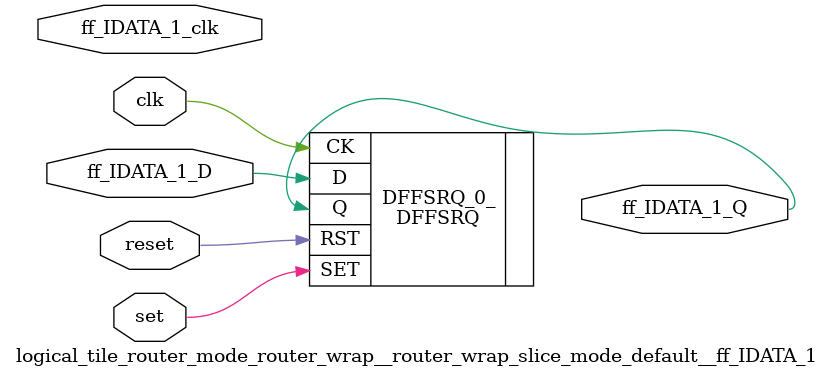
<source format=v>
`default_nettype none

module logical_tile_router_mode_router_wrap__router_wrap_slice_mode_default__ff_IDATA_1(set,
                                                                                        reset,
                                                                                        clk,
                                                                                        ff_IDATA_1_D,
                                                                                        ff_IDATA_1_Q,
                                                                                        ff_IDATA_1_clk);
//----- GLOBAL PORTS -----
input [0:0] set;
//----- GLOBAL PORTS -----
input [0:0] reset;
//----- GLOBAL PORTS -----
input [0:0] clk;
//----- INPUT PORTS -----
input [0:0] ff_IDATA_1_D;
//----- OUTPUT PORTS -----
output [0:0] ff_IDATA_1_Q;
//----- CLOCK PORTS -----
input [0:0] ff_IDATA_1_clk;

//----- BEGIN wire-connection ports -----
wire [0:0] ff_IDATA_1_D;
wire [0:0] ff_IDATA_1_Q;
wire [0:0] ff_IDATA_1_clk;
//----- END wire-connection ports -----


//----- BEGIN Registered ports -----
//----- END Registered ports -----



// ----- BEGIN Local short connections -----
// ----- END Local short connections -----
// ----- BEGIN Local output short connections -----
// ----- END Local output short connections -----

	DFFSRQ DFFSRQ_0_ (
		.SET(set),
		.RST(reset),
		.CK(clk),
		.D(ff_IDATA_1_D),
		.Q(ff_IDATA_1_Q));

endmodule
// ----- END Verilog module for logical_tile_router_mode_router_wrap__router_wrap_slice_mode_default__ff_IDATA_1 -----

//----- Default net type -----
`default_nettype wire




</source>
